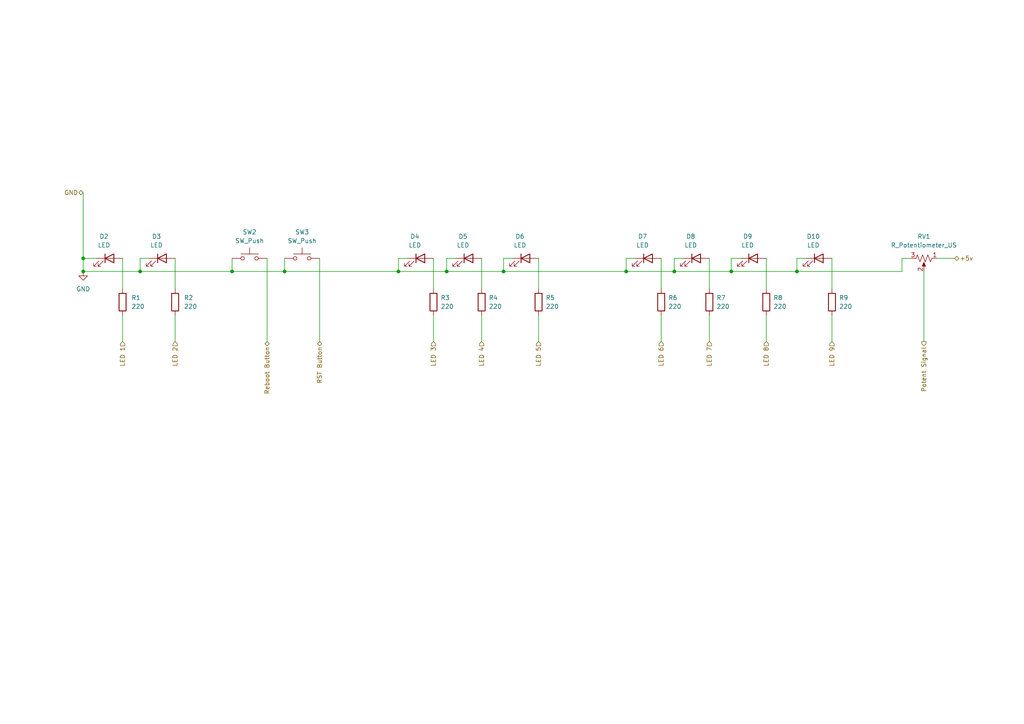
<source format=kicad_sch>
(kicad_sch
	(version 20231120)
	(generator "eeschema")
	(generator_version "8.0")
	(uuid "848fa66d-4edb-4adc-8fed-44485c12aba7")
	(paper "A4")
	(lib_symbols
		(symbol "Device:LED"
			(pin_numbers hide)
			(pin_names
				(offset 1.016) hide)
			(exclude_from_sim no)
			(in_bom yes)
			(on_board yes)
			(property "Reference" "D"
				(at 0 2.54 0)
				(effects
					(font
						(size 1.27 1.27)
					)
				)
			)
			(property "Value" "LED"
				(at 0 -2.54 0)
				(effects
					(font
						(size 1.27 1.27)
					)
				)
			)
			(property "Footprint" ""
				(at 0 0 0)
				(effects
					(font
						(size 1.27 1.27)
					)
					(hide yes)
				)
			)
			(property "Datasheet" "~"
				(at 0 0 0)
				(effects
					(font
						(size 1.27 1.27)
					)
					(hide yes)
				)
			)
			(property "Description" "Light emitting diode"
				(at 0 0 0)
				(effects
					(font
						(size 1.27 1.27)
					)
					(hide yes)
				)
			)
			(property "ki_keywords" "LED diode"
				(at 0 0 0)
				(effects
					(font
						(size 1.27 1.27)
					)
					(hide yes)
				)
			)
			(property "ki_fp_filters" "LED* LED_SMD:* LED_THT:*"
				(at 0 0 0)
				(effects
					(font
						(size 1.27 1.27)
					)
					(hide yes)
				)
			)
			(symbol "LED_0_1"
				(polyline
					(pts
						(xy -1.27 -1.27) (xy -1.27 1.27)
					)
					(stroke
						(width 0.254)
						(type default)
					)
					(fill
						(type none)
					)
				)
				(polyline
					(pts
						(xy -1.27 0) (xy 1.27 0)
					)
					(stroke
						(width 0)
						(type default)
					)
					(fill
						(type none)
					)
				)
				(polyline
					(pts
						(xy 1.27 -1.27) (xy 1.27 1.27) (xy -1.27 0) (xy 1.27 -1.27)
					)
					(stroke
						(width 0.254)
						(type default)
					)
					(fill
						(type none)
					)
				)
				(polyline
					(pts
						(xy -3.048 -0.762) (xy -4.572 -2.286) (xy -3.81 -2.286) (xy -4.572 -2.286) (xy -4.572 -1.524)
					)
					(stroke
						(width 0)
						(type default)
					)
					(fill
						(type none)
					)
				)
				(polyline
					(pts
						(xy -1.778 -0.762) (xy -3.302 -2.286) (xy -2.54 -2.286) (xy -3.302 -2.286) (xy -3.302 -1.524)
					)
					(stroke
						(width 0)
						(type default)
					)
					(fill
						(type none)
					)
				)
			)
			(symbol "LED_1_1"
				(pin passive line
					(at -3.81 0 0)
					(length 2.54)
					(name "K"
						(effects
							(font
								(size 1.27 1.27)
							)
						)
					)
					(number "1"
						(effects
							(font
								(size 1.27 1.27)
							)
						)
					)
				)
				(pin passive line
					(at 3.81 0 180)
					(length 2.54)
					(name "A"
						(effects
							(font
								(size 1.27 1.27)
							)
						)
					)
					(number "2"
						(effects
							(font
								(size 1.27 1.27)
							)
						)
					)
				)
			)
		)
		(symbol "Device:R"
			(pin_numbers hide)
			(pin_names
				(offset 0)
			)
			(exclude_from_sim no)
			(in_bom yes)
			(on_board yes)
			(property "Reference" "R"
				(at 2.032 0 90)
				(effects
					(font
						(size 1.27 1.27)
					)
				)
			)
			(property "Value" "R"
				(at 0 0 90)
				(effects
					(font
						(size 1.27 1.27)
					)
				)
			)
			(property "Footprint" ""
				(at -1.778 0 90)
				(effects
					(font
						(size 1.27 1.27)
					)
					(hide yes)
				)
			)
			(property "Datasheet" "~"
				(at 0 0 0)
				(effects
					(font
						(size 1.27 1.27)
					)
					(hide yes)
				)
			)
			(property "Description" "Resistor"
				(at 0 0 0)
				(effects
					(font
						(size 1.27 1.27)
					)
					(hide yes)
				)
			)
			(property "ki_keywords" "R res resistor"
				(at 0 0 0)
				(effects
					(font
						(size 1.27 1.27)
					)
					(hide yes)
				)
			)
			(property "ki_fp_filters" "R_*"
				(at 0 0 0)
				(effects
					(font
						(size 1.27 1.27)
					)
					(hide yes)
				)
			)
			(symbol "R_0_1"
				(rectangle
					(start -1.016 -2.54)
					(end 1.016 2.54)
					(stroke
						(width 0.254)
						(type default)
					)
					(fill
						(type none)
					)
				)
			)
			(symbol "R_1_1"
				(pin passive line
					(at 0 3.81 270)
					(length 1.27)
					(name "~"
						(effects
							(font
								(size 1.27 1.27)
							)
						)
					)
					(number "1"
						(effects
							(font
								(size 1.27 1.27)
							)
						)
					)
				)
				(pin passive line
					(at 0 -3.81 90)
					(length 1.27)
					(name "~"
						(effects
							(font
								(size 1.27 1.27)
							)
						)
					)
					(number "2"
						(effects
							(font
								(size 1.27 1.27)
							)
						)
					)
				)
			)
		)
		(symbol "Device:R_Potentiometer_US"
			(pin_names
				(offset 1.016) hide)
			(exclude_from_sim no)
			(in_bom yes)
			(on_board yes)
			(property "Reference" "RV"
				(at -4.445 0 90)
				(effects
					(font
						(size 1.27 1.27)
					)
				)
			)
			(property "Value" "R_Potentiometer_US"
				(at -2.54 0 90)
				(effects
					(font
						(size 1.27 1.27)
					)
				)
			)
			(property "Footprint" ""
				(at 0 0 0)
				(effects
					(font
						(size 1.27 1.27)
					)
					(hide yes)
				)
			)
			(property "Datasheet" "~"
				(at 0 0 0)
				(effects
					(font
						(size 1.27 1.27)
					)
					(hide yes)
				)
			)
			(property "Description" "Potentiometer, US symbol"
				(at 0 0 0)
				(effects
					(font
						(size 1.27 1.27)
					)
					(hide yes)
				)
			)
			(property "ki_keywords" "resistor variable"
				(at 0 0 0)
				(effects
					(font
						(size 1.27 1.27)
					)
					(hide yes)
				)
			)
			(property "ki_fp_filters" "Potentiometer*"
				(at 0 0 0)
				(effects
					(font
						(size 1.27 1.27)
					)
					(hide yes)
				)
			)
			(symbol "R_Potentiometer_US_0_1"
				(polyline
					(pts
						(xy 0 -2.286) (xy 0 -2.54)
					)
					(stroke
						(width 0)
						(type default)
					)
					(fill
						(type none)
					)
				)
				(polyline
					(pts
						(xy 0 2.54) (xy 0 2.286)
					)
					(stroke
						(width 0)
						(type default)
					)
					(fill
						(type none)
					)
				)
				(polyline
					(pts
						(xy 2.54 0) (xy 1.524 0)
					)
					(stroke
						(width 0)
						(type default)
					)
					(fill
						(type none)
					)
				)
				(polyline
					(pts
						(xy 1.143 0) (xy 2.286 0.508) (xy 2.286 -0.508) (xy 1.143 0)
					)
					(stroke
						(width 0)
						(type default)
					)
					(fill
						(type outline)
					)
				)
				(polyline
					(pts
						(xy 0 -0.762) (xy 1.016 -1.143) (xy 0 -1.524) (xy -1.016 -1.905) (xy 0 -2.286)
					)
					(stroke
						(width 0)
						(type default)
					)
					(fill
						(type none)
					)
				)
				(polyline
					(pts
						(xy 0 0.762) (xy 1.016 0.381) (xy 0 0) (xy -1.016 -0.381) (xy 0 -0.762)
					)
					(stroke
						(width 0)
						(type default)
					)
					(fill
						(type none)
					)
				)
				(polyline
					(pts
						(xy 0 2.286) (xy 1.016 1.905) (xy 0 1.524) (xy -1.016 1.143) (xy 0 0.762)
					)
					(stroke
						(width 0)
						(type default)
					)
					(fill
						(type none)
					)
				)
			)
			(symbol "R_Potentiometer_US_1_1"
				(pin passive line
					(at 0 3.81 270)
					(length 1.27)
					(name "1"
						(effects
							(font
								(size 1.27 1.27)
							)
						)
					)
					(number "1"
						(effects
							(font
								(size 1.27 1.27)
							)
						)
					)
				)
				(pin passive line
					(at 3.81 0 180)
					(length 1.27)
					(name "2"
						(effects
							(font
								(size 1.27 1.27)
							)
						)
					)
					(number "2"
						(effects
							(font
								(size 1.27 1.27)
							)
						)
					)
				)
				(pin passive line
					(at 0 -3.81 90)
					(length 1.27)
					(name "3"
						(effects
							(font
								(size 1.27 1.27)
							)
						)
					)
					(number "3"
						(effects
							(font
								(size 1.27 1.27)
							)
						)
					)
				)
			)
		)
		(symbol "Switch:SW_Push"
			(pin_numbers hide)
			(pin_names
				(offset 1.016) hide)
			(exclude_from_sim no)
			(in_bom yes)
			(on_board yes)
			(property "Reference" "SW"
				(at 1.27 2.54 0)
				(effects
					(font
						(size 1.27 1.27)
					)
					(justify left)
				)
			)
			(property "Value" "SW_Push"
				(at 0 -1.524 0)
				(effects
					(font
						(size 1.27 1.27)
					)
				)
			)
			(property "Footprint" ""
				(at 0 5.08 0)
				(effects
					(font
						(size 1.27 1.27)
					)
					(hide yes)
				)
			)
			(property "Datasheet" "~"
				(at 0 5.08 0)
				(effects
					(font
						(size 1.27 1.27)
					)
					(hide yes)
				)
			)
			(property "Description" "Push button switch, generic, two pins"
				(at 0 0 0)
				(effects
					(font
						(size 1.27 1.27)
					)
					(hide yes)
				)
			)
			(property "ki_keywords" "switch normally-open pushbutton push-button"
				(at 0 0 0)
				(effects
					(font
						(size 1.27 1.27)
					)
					(hide yes)
				)
			)
			(symbol "SW_Push_0_1"
				(circle
					(center -2.032 0)
					(radius 0.508)
					(stroke
						(width 0)
						(type default)
					)
					(fill
						(type none)
					)
				)
				(polyline
					(pts
						(xy 0 1.27) (xy 0 3.048)
					)
					(stroke
						(width 0)
						(type default)
					)
					(fill
						(type none)
					)
				)
				(polyline
					(pts
						(xy 2.54 1.27) (xy -2.54 1.27)
					)
					(stroke
						(width 0)
						(type default)
					)
					(fill
						(type none)
					)
				)
				(circle
					(center 2.032 0)
					(radius 0.508)
					(stroke
						(width 0)
						(type default)
					)
					(fill
						(type none)
					)
				)
				(pin passive line
					(at -5.08 0 0)
					(length 2.54)
					(name "1"
						(effects
							(font
								(size 1.27 1.27)
							)
						)
					)
					(number "1"
						(effects
							(font
								(size 1.27 1.27)
							)
						)
					)
				)
				(pin passive line
					(at 5.08 0 180)
					(length 2.54)
					(name "2"
						(effects
							(font
								(size 1.27 1.27)
							)
						)
					)
					(number "2"
						(effects
							(font
								(size 1.27 1.27)
							)
						)
					)
				)
			)
		)
		(symbol "power:GND"
			(power)
			(pin_numbers hide)
			(pin_names
				(offset 0) hide)
			(exclude_from_sim no)
			(in_bom yes)
			(on_board yes)
			(property "Reference" "#PWR"
				(at 0 -6.35 0)
				(effects
					(font
						(size 1.27 1.27)
					)
					(hide yes)
				)
			)
			(property "Value" "GND"
				(at 0 -3.81 0)
				(effects
					(font
						(size 1.27 1.27)
					)
				)
			)
			(property "Footprint" ""
				(at 0 0 0)
				(effects
					(font
						(size 1.27 1.27)
					)
					(hide yes)
				)
			)
			(property "Datasheet" ""
				(at 0 0 0)
				(effects
					(font
						(size 1.27 1.27)
					)
					(hide yes)
				)
			)
			(property "Description" "Power symbol creates a global label with name \"GND\" , ground"
				(at 0 0 0)
				(effects
					(font
						(size 1.27 1.27)
					)
					(hide yes)
				)
			)
			(property "ki_keywords" "global power"
				(at 0 0 0)
				(effects
					(font
						(size 1.27 1.27)
					)
					(hide yes)
				)
			)
			(symbol "GND_0_1"
				(polyline
					(pts
						(xy 0 0) (xy 0 -1.27) (xy 1.27 -1.27) (xy 0 -2.54) (xy -1.27 -1.27) (xy 0 -1.27)
					)
					(stroke
						(width 0)
						(type default)
					)
					(fill
						(type none)
					)
				)
			)
			(symbol "GND_1_1"
				(pin power_in line
					(at 0 0 270)
					(length 0)
					(name "~"
						(effects
							(font
								(size 1.27 1.27)
							)
						)
					)
					(number "1"
						(effects
							(font
								(size 1.27 1.27)
							)
						)
					)
				)
			)
		)
	)
	(junction
		(at 195.58 78.74)
		(diameter 0)
		(color 0 0 0 0)
		(uuid "0d2188ee-76e5-45c9-9a72-bb12264022c8")
	)
	(junction
		(at 181.61 78.74)
		(diameter 0)
		(color 0 0 0 0)
		(uuid "1f6f803c-84f5-44ab-b2b8-bfdb12426545")
	)
	(junction
		(at 115.57 78.74)
		(diameter 0)
		(color 0 0 0 0)
		(uuid "252b5fc5-2a35-4836-a85b-b799ef130713")
	)
	(junction
		(at 146.05 78.74)
		(diameter 0)
		(color 0 0 0 0)
		(uuid "485bf882-1f9c-4bb5-8cee-c630aa20909e")
	)
	(junction
		(at 40.64 78.74)
		(diameter 0)
		(color 0 0 0 0)
		(uuid "5d811185-c49a-4a78-91ca-833dae5fdd9d")
	)
	(junction
		(at 212.09 78.74)
		(diameter 0)
		(color 0 0 0 0)
		(uuid "73cb609e-ec6a-40ec-aa55-3991a3fb0e60")
	)
	(junction
		(at 231.14 78.74)
		(diameter 0)
		(color 0 0 0 0)
		(uuid "8a2a7ddd-7de5-477c-ae68-d49644bad8be")
	)
	(junction
		(at 129.54 78.74)
		(diameter 0)
		(color 0 0 0 0)
		(uuid "9a31606f-6c79-4584-8831-52c249a01ea4")
	)
	(junction
		(at 82.55 78.74)
		(diameter 0)
		(color 0 0 0 0)
		(uuid "9e9fed86-0406-42fb-b02d-7aec0fbfa735")
	)
	(junction
		(at 24.13 78.74)
		(diameter 0)
		(color 0 0 0 0)
		(uuid "b91eefbe-ef0f-4b29-a668-163671eb94f1")
	)
	(junction
		(at 67.31 78.74)
		(diameter 0)
		(color 0 0 0 0)
		(uuid "de415ff6-a2dd-42e1-a0a9-51318ecc8b90")
	)
	(junction
		(at 24.13 74.93)
		(diameter 0)
		(color 0 0 0 0)
		(uuid "fc0f9800-bfeb-4321-b7af-6fd2c81781fe")
	)
	(wire
		(pts
			(xy 125.73 91.44) (xy 125.73 99.06)
		)
		(stroke
			(width 0)
			(type default)
		)
		(uuid "02846652-1ceb-4267-8313-714803171a91")
	)
	(wire
		(pts
			(xy 146.05 74.93) (xy 146.05 78.74)
		)
		(stroke
			(width 0)
			(type default)
		)
		(uuid "055d3751-468d-4540-a08e-9997ad7e453f")
	)
	(wire
		(pts
			(xy 139.7 74.93) (xy 139.7 83.82)
		)
		(stroke
			(width 0)
			(type default)
		)
		(uuid "05e82444-01d9-4b8f-9e77-8fa2c0027c63")
	)
	(wire
		(pts
			(xy 40.64 78.74) (xy 67.31 78.74)
		)
		(stroke
			(width 0)
			(type default)
		)
		(uuid "0a78e51f-a4ea-41c6-ab15-790b1b7a3e55")
	)
	(wire
		(pts
			(xy 231.14 78.74) (xy 261.62 78.74)
		)
		(stroke
			(width 0)
			(type default)
		)
		(uuid "1170e5e1-954a-4c6d-b4d3-6079ddbbb7cf")
	)
	(wire
		(pts
			(xy 181.61 78.74) (xy 195.58 78.74)
		)
		(stroke
			(width 0)
			(type default)
		)
		(uuid "11a66be2-5b05-4d2f-8bfc-13fba746abc4")
	)
	(wire
		(pts
			(xy 40.64 78.74) (xy 24.13 78.74)
		)
		(stroke
			(width 0)
			(type default)
		)
		(uuid "11d3287f-28ac-44d5-9394-880f0f676722")
	)
	(wire
		(pts
			(xy 40.64 74.93) (xy 40.64 78.74)
		)
		(stroke
			(width 0)
			(type default)
		)
		(uuid "14a1aab9-6b9a-4156-b340-0e90094b9f54")
	)
	(wire
		(pts
			(xy 205.74 74.93) (xy 205.74 83.82)
		)
		(stroke
			(width 0)
			(type default)
		)
		(uuid "18d75f13-e17f-4b2c-8e26-45e35a0a1bea")
	)
	(wire
		(pts
			(xy 115.57 78.74) (xy 115.57 74.93)
		)
		(stroke
			(width 0)
			(type default)
		)
		(uuid "2dbd476b-a708-4e27-ba20-e7bbc3fe5caf")
	)
	(wire
		(pts
			(xy 24.13 74.93) (xy 24.13 78.74)
		)
		(stroke
			(width 0)
			(type default)
		)
		(uuid "33d55159-5452-4acf-9b9f-9c5fd85b5b37")
	)
	(wire
		(pts
			(xy 156.21 74.93) (xy 156.21 83.82)
		)
		(stroke
			(width 0)
			(type default)
		)
		(uuid "34ba0a4f-ab9c-4e42-bd71-da9af0c74c33")
	)
	(wire
		(pts
			(xy 82.55 74.93) (xy 82.55 78.74)
		)
		(stroke
			(width 0)
			(type default)
		)
		(uuid "386b3cf9-40e4-432e-aef1-b8ed77326c7c")
	)
	(wire
		(pts
			(xy 195.58 78.74) (xy 195.58 74.93)
		)
		(stroke
			(width 0)
			(type default)
		)
		(uuid "4023344b-1bd4-44d0-a716-340f8f65f2a3")
	)
	(wire
		(pts
			(xy 35.56 91.44) (xy 35.56 99.06)
		)
		(stroke
			(width 0)
			(type default)
		)
		(uuid "44a3ef06-fee3-4a1a-b55a-c651afe384bf")
	)
	(wire
		(pts
			(xy 129.54 78.74) (xy 129.54 74.93)
		)
		(stroke
			(width 0)
			(type default)
		)
		(uuid "477eaa6b-a186-4e29-b9a3-fadf8f58dada")
	)
	(wire
		(pts
			(xy 261.62 74.93) (xy 261.62 78.74)
		)
		(stroke
			(width 0)
			(type default)
		)
		(uuid "53876d16-e86e-4610-9ab9-6f6bd4d095ba")
	)
	(wire
		(pts
			(xy 67.31 78.74) (xy 82.55 78.74)
		)
		(stroke
			(width 0)
			(type default)
		)
		(uuid "5b74a939-fe9c-4a5a-a79a-e4ce677990ae")
	)
	(wire
		(pts
			(xy 212.09 78.74) (xy 195.58 78.74)
		)
		(stroke
			(width 0)
			(type default)
		)
		(uuid "5de5ba39-dbbd-40d7-a379-6f7cffd2371f")
	)
	(wire
		(pts
			(xy 125.73 74.93) (xy 125.73 83.82)
		)
		(stroke
			(width 0)
			(type default)
		)
		(uuid "5eb4ce9b-dec9-4a0a-8593-d1a2661868d3")
	)
	(wire
		(pts
			(xy 115.57 74.93) (xy 118.11 74.93)
		)
		(stroke
			(width 0)
			(type default)
		)
		(uuid "627652bb-18f0-4c94-8d20-9c82fa1a5375")
	)
	(wire
		(pts
			(xy 222.25 91.44) (xy 222.25 99.06)
		)
		(stroke
			(width 0)
			(type default)
		)
		(uuid "64f8b181-6e0d-4b16-a49c-bbe1622a6527")
	)
	(wire
		(pts
			(xy 191.77 74.93) (xy 191.77 83.82)
		)
		(stroke
			(width 0)
			(type default)
		)
		(uuid "6c474560-cc87-48cf-83c5-59b83e80ac32")
	)
	(wire
		(pts
			(xy 181.61 74.93) (xy 184.15 74.93)
		)
		(stroke
			(width 0)
			(type default)
		)
		(uuid "6c7de710-156d-4441-950e-80e3797d391d")
	)
	(wire
		(pts
			(xy 92.71 74.93) (xy 92.71 99.06)
		)
		(stroke
			(width 0)
			(type default)
		)
		(uuid "6d262bfb-467a-43d0-9ea7-b17fc0b73296")
	)
	(wire
		(pts
			(xy 67.31 74.93) (xy 67.31 78.74)
		)
		(stroke
			(width 0)
			(type default)
		)
		(uuid "72c0d868-89e2-455a-abdc-bc94867507da")
	)
	(wire
		(pts
			(xy 222.25 74.93) (xy 222.25 83.82)
		)
		(stroke
			(width 0)
			(type default)
		)
		(uuid "72d6578f-5b5c-4510-8704-53efe9764def")
	)
	(wire
		(pts
			(xy 115.57 78.74) (xy 129.54 78.74)
		)
		(stroke
			(width 0)
			(type default)
		)
		(uuid "79b934f2-9f90-4af7-a9a9-c255dc6756d9")
	)
	(wire
		(pts
			(xy 82.55 78.74) (xy 115.57 78.74)
		)
		(stroke
			(width 0)
			(type default)
		)
		(uuid "7d47ab7f-c1e3-4829-ba03-ca28c1db9199")
	)
	(wire
		(pts
			(xy 241.3 74.93) (xy 241.3 83.82)
		)
		(stroke
			(width 0)
			(type default)
		)
		(uuid "8102f60c-ecae-4c3e-846d-2fb54f4343c0")
	)
	(wire
		(pts
			(xy 241.3 91.44) (xy 241.3 99.06)
		)
		(stroke
			(width 0)
			(type default)
		)
		(uuid "821e9342-ebfa-4724-ad90-4df1aabfbbfd")
	)
	(wire
		(pts
			(xy 231.14 74.93) (xy 233.68 74.93)
		)
		(stroke
			(width 0)
			(type default)
		)
		(uuid "83050e1b-71b6-44f2-a87d-a9c4f6f50a35")
	)
	(wire
		(pts
			(xy 267.97 78.74) (xy 267.97 99.06)
		)
		(stroke
			(width 0)
			(type default)
		)
		(uuid "8670ba87-2efd-4a48-8699-4d5ae44ed579")
	)
	(wire
		(pts
			(xy 195.58 74.93) (xy 198.12 74.93)
		)
		(stroke
			(width 0)
			(type default)
		)
		(uuid "8f4c20cc-d81f-4f94-83fa-509d6347e296")
	)
	(wire
		(pts
			(xy 24.13 55.88) (xy 24.13 74.93)
		)
		(stroke
			(width 0)
			(type default)
		)
		(uuid "90e890e2-b8b2-4b2f-a324-39836e4bb030")
	)
	(wire
		(pts
			(xy 146.05 78.74) (xy 181.61 78.74)
		)
		(stroke
			(width 0)
			(type default)
		)
		(uuid "95081427-b9c6-4092-aa52-31e0939dc98e")
	)
	(wire
		(pts
			(xy 129.54 74.93) (xy 132.08 74.93)
		)
		(stroke
			(width 0)
			(type default)
		)
		(uuid "9c1233c1-ddaa-48a9-b525-691f20df18fc")
	)
	(wire
		(pts
			(xy 156.21 91.44) (xy 156.21 99.06)
		)
		(stroke
			(width 0)
			(type default)
		)
		(uuid "a2c210cd-613d-4b32-a197-7239c7bb941f")
	)
	(wire
		(pts
			(xy 212.09 74.93) (xy 212.09 78.74)
		)
		(stroke
			(width 0)
			(type default)
		)
		(uuid "a4ae0484-f4af-4135-b730-8718fafdecba")
	)
	(wire
		(pts
			(xy 43.18 74.93) (xy 40.64 74.93)
		)
		(stroke
			(width 0)
			(type default)
		)
		(uuid "ab3e8ac4-69b7-4a95-abbf-bf08143e1ae0")
	)
	(wire
		(pts
			(xy 205.74 91.44) (xy 205.74 99.06)
		)
		(stroke
			(width 0)
			(type default)
		)
		(uuid "ac6aa195-e935-4f16-a52f-624d0ea62ac6")
	)
	(wire
		(pts
			(xy 181.61 78.74) (xy 181.61 74.93)
		)
		(stroke
			(width 0)
			(type default)
		)
		(uuid "aea84213-6559-4443-9865-01639646708f")
	)
	(wire
		(pts
			(xy 231.14 78.74) (xy 231.14 74.93)
		)
		(stroke
			(width 0)
			(type default)
		)
		(uuid "c5947cdf-0082-4718-97a5-aa8cbec69ef0")
	)
	(wire
		(pts
			(xy 146.05 78.74) (xy 129.54 78.74)
		)
		(stroke
			(width 0)
			(type default)
		)
		(uuid "c7c0a040-19d4-472a-ae1e-20854dcaf930")
	)
	(wire
		(pts
			(xy 212.09 78.74) (xy 231.14 78.74)
		)
		(stroke
			(width 0)
			(type default)
		)
		(uuid "cf1b4223-66d3-4441-be23-9ed677e21abb")
	)
	(wire
		(pts
			(xy 27.94 74.93) (xy 24.13 74.93)
		)
		(stroke
			(width 0)
			(type default)
		)
		(uuid "d7cac9bc-c6e6-48c4-b6b0-dec7c175fe19")
	)
	(wire
		(pts
			(xy 148.59 74.93) (xy 146.05 74.93)
		)
		(stroke
			(width 0)
			(type default)
		)
		(uuid "dcb04e35-9818-47f2-83c2-7e666a08dd21")
	)
	(wire
		(pts
			(xy 214.63 74.93) (xy 212.09 74.93)
		)
		(stroke
			(width 0)
			(type default)
		)
		(uuid "e15b6ada-0343-404f-9b68-e73f2a83dfde")
	)
	(wire
		(pts
			(xy 271.78 74.93) (xy 276.86 74.93)
		)
		(stroke
			(width 0)
			(type default)
		)
		(uuid "e2960e64-f53d-4d60-86c4-50e88c8e1087")
	)
	(wire
		(pts
			(xy 191.77 91.44) (xy 191.77 99.06)
		)
		(stroke
			(width 0)
			(type default)
		)
		(uuid "e33da170-06de-4e4d-ad26-1781f68b8b3e")
	)
	(wire
		(pts
			(xy 139.7 91.44) (xy 139.7 99.06)
		)
		(stroke
			(width 0)
			(type default)
		)
		(uuid "e4efeeae-7e4b-46c5-9fab-0fa99fb550cd")
	)
	(wire
		(pts
			(xy 35.56 74.93) (xy 35.56 83.82)
		)
		(stroke
			(width 0)
			(type default)
		)
		(uuid "e843aa8a-57c7-4387-8263-af3bdc711315")
	)
	(wire
		(pts
			(xy 77.47 74.93) (xy 77.47 99.06)
		)
		(stroke
			(width 0)
			(type default)
		)
		(uuid "eb7665f1-abff-4871-bd06-ba767e5f695a")
	)
	(wire
		(pts
			(xy 50.8 91.44) (xy 50.8 99.06)
		)
		(stroke
			(width 0)
			(type default)
		)
		(uuid "f074a14c-05fb-4158-ac43-43f0e9d2fb23")
	)
	(wire
		(pts
			(xy 264.16 74.93) (xy 261.62 74.93)
		)
		(stroke
			(width 0)
			(type default)
		)
		(uuid "f1d99990-6284-40b3-979d-db5054bcd428")
	)
	(wire
		(pts
			(xy 50.8 74.93) (xy 50.8 83.82)
		)
		(stroke
			(width 0)
			(type default)
		)
		(uuid "f34f6b76-3637-4234-8f34-b79f8ccce50c")
	)
	(hierarchical_label "Potent Signal"
		(shape output)
		(at 267.97 99.06 270)
		(fields_autoplaced yes)
		(effects
			(font
				(size 1.27 1.27)
			)
			(justify right)
		)
		(uuid "2413fec2-e138-49d6-b54d-93b055142d34")
	)
	(hierarchical_label "LED 7"
		(shape input)
		(at 205.74 99.06 270)
		(fields_autoplaced yes)
		(effects
			(font
				(size 1.27 1.27)
			)
			(justify right)
		)
		(uuid "298a55d9-14bb-40b4-8e36-8bc5780786e4")
	)
	(hierarchical_label "GND"
		(shape bidirectional)
		(at 24.13 55.88 180)
		(fields_autoplaced yes)
		(effects
			(font
				(size 1.27 1.27)
			)
			(justify right)
		)
		(uuid "343b072f-88f8-448f-8fa9-569dbddf8990")
	)
	(hierarchical_label "LED 4"
		(shape input)
		(at 139.7 99.06 270)
		(fields_autoplaced yes)
		(effects
			(font
				(size 1.27 1.27)
			)
			(justify right)
		)
		(uuid "4c2d9aa2-4b97-4149-9e30-891bfba416c0")
	)
	(hierarchical_label "LED 6"
		(shape input)
		(at 191.77 99.06 270)
		(fields_autoplaced yes)
		(effects
			(font
				(size 1.27 1.27)
			)
			(justify right)
		)
		(uuid "554e40bd-ac79-4952-b169-f7a430c901e9")
	)
	(hierarchical_label "Reboot Button"
		(shape bidirectional)
		(at 77.47 99.06 270)
		(fields_autoplaced yes)
		(effects
			(font
				(size 1.27 1.27)
			)
			(justify right)
		)
		(uuid "5821395c-dc80-4597-a8e7-c61826865588")
	)
	(hierarchical_label "LED 9"
		(shape input)
		(at 241.3 99.06 270)
		(fields_autoplaced yes)
		(effects
			(font
				(size 1.27 1.27)
			)
			(justify right)
		)
		(uuid "591c1c4b-c590-47a4-a484-15e889a39af3")
	)
	(hierarchical_label "LED 1"
		(shape input)
		(at 35.56 99.06 270)
		(fields_autoplaced yes)
		(effects
			(font
				(size 1.27 1.27)
			)
			(justify right)
		)
		(uuid "7287f291-f68b-47ea-b3b2-582a23f59134")
	)
	(hierarchical_label "LED 2"
		(shape input)
		(at 50.8 99.06 270)
		(fields_autoplaced yes)
		(effects
			(font
				(size 1.27 1.27)
			)
			(justify right)
		)
		(uuid "744a9dab-0270-43d3-ac64-830ebbe399b6")
	)
	(hierarchical_label "LED 8"
		(shape input)
		(at 222.25 99.06 270)
		(fields_autoplaced yes)
		(effects
			(font
				(size 1.27 1.27)
			)
			(justify right)
		)
		(uuid "7548eecb-e30e-4da1-8ab3-d223b4096a40")
	)
	(hierarchical_label "RST Button"
		(shape bidirectional)
		(at 92.71 99.06 270)
		(fields_autoplaced yes)
		(effects
			(font
				(size 1.27 1.27)
			)
			(justify right)
		)
		(uuid "81ceca1d-5ab5-4db0-aaea-807dccb5c453")
	)
	(hierarchical_label "+5v"
		(shape bidirectional)
		(at 276.86 74.93 0)
		(fields_autoplaced yes)
		(effects
			(font
				(size 1.27 1.27)
			)
			(justify left)
		)
		(uuid "afc05f7c-68da-407e-8502-6fa34b8616d1")
	)
	(hierarchical_label "LED 5"
		(shape input)
		(at 156.21 99.06 270)
		(fields_autoplaced yes)
		(effects
			(font
				(size 1.27 1.27)
			)
			(justify right)
		)
		(uuid "b64d3178-e7f2-4a63-b85f-1c3eeb6ec90c")
	)
	(hierarchical_label "LED 3"
		(shape input)
		(at 125.73 99.06 270)
		(fields_autoplaced yes)
		(effects
			(font
				(size 1.27 1.27)
			)
			(justify right)
		)
		(uuid "d5cf681c-c850-402f-878e-3eaf8b6327be")
	)
	(symbol
		(lib_id "Device:LED")
		(at 201.93 74.93 0)
		(unit 1)
		(exclude_from_sim no)
		(in_bom yes)
		(on_board yes)
		(dnp no)
		(fields_autoplaced yes)
		(uuid "01bd0fc8-47da-40fd-b9ac-c247c3e2d6cf")
		(property "Reference" "D8"
			(at 200.3425 68.58 0)
			(effects
				(font
					(size 1.27 1.27)
				)
			)
		)
		(property "Value" "LED"
			(at 200.3425 71.12 0)
			(effects
				(font
					(size 1.27 1.27)
				)
			)
		)
		(property "Footprint" ""
			(at 201.93 74.93 0)
			(effects
				(font
					(size 1.27 1.27)
				)
				(hide yes)
			)
		)
		(property "Datasheet" "~"
			(at 201.93 74.93 0)
			(effects
				(font
					(size 1.27 1.27)
				)
				(hide yes)
			)
		)
		(property "Description" "Light emitting diode"
			(at 201.93 74.93 0)
			(effects
				(font
					(size 1.27 1.27)
				)
				(hide yes)
			)
		)
		(pin "2"
			(uuid "487fc739-4dfc-430b-a34e-b5067597002d")
		)
		(pin "1"
			(uuid "8943f681-2b47-4b8d-b44a-867d2d02e2fe")
		)
		(instances
			(project "Paul"
				(path "/e26e2496-4b56-40d1-813c-7f83c2ea10e0/f329e828-9bfc-40b9-9d96-37a9faa31845"
					(reference "D8")
					(unit 1)
				)
			)
		)
	)
	(symbol
		(lib_id "Switch:SW_Push")
		(at 87.63 74.93 0)
		(unit 1)
		(exclude_from_sim no)
		(in_bom yes)
		(on_board yes)
		(dnp no)
		(fields_autoplaced yes)
		(uuid "030230e6-e466-4110-8e6f-db7e907ab23b")
		(property "Reference" "SW3"
			(at 87.63 67.31 0)
			(effects
				(font
					(size 1.27 1.27)
				)
			)
		)
		(property "Value" "SW_Push"
			(at 87.63 69.85 0)
			(effects
				(font
					(size 1.27 1.27)
				)
			)
		)
		(property "Footprint" ""
			(at 87.63 69.85 0)
			(effects
				(font
					(size 1.27 1.27)
				)
				(hide yes)
			)
		)
		(property "Datasheet" "~"
			(at 87.63 69.85 0)
			(effects
				(font
					(size 1.27 1.27)
				)
				(hide yes)
			)
		)
		(property "Description" "Push button switch, generic, two pins"
			(at 87.63 74.93 0)
			(effects
				(font
					(size 1.27 1.27)
				)
				(hide yes)
			)
		)
		(pin "1"
			(uuid "b0cd2d63-6dd6-4841-88f1-8d16c1678b85")
		)
		(pin "2"
			(uuid "5a8e0edd-8153-40fa-a05b-a74cfb00306d")
		)
		(instances
			(project ""
				(path "/e26e2496-4b56-40d1-813c-7f83c2ea10e0/f329e828-9bfc-40b9-9d96-37a9faa31845"
					(reference "SW3")
					(unit 1)
				)
			)
		)
	)
	(symbol
		(lib_id "Device:LED")
		(at 237.49 74.93 0)
		(unit 1)
		(exclude_from_sim no)
		(in_bom yes)
		(on_board yes)
		(dnp no)
		(fields_autoplaced yes)
		(uuid "0ec49bea-5bb1-47e1-8ffb-a587a88a0ed6")
		(property "Reference" "D10"
			(at 235.9025 68.58 0)
			(effects
				(font
					(size 1.27 1.27)
				)
			)
		)
		(property "Value" "LED"
			(at 235.9025 71.12 0)
			(effects
				(font
					(size 1.27 1.27)
				)
			)
		)
		(property "Footprint" ""
			(at 237.49 74.93 0)
			(effects
				(font
					(size 1.27 1.27)
				)
				(hide yes)
			)
		)
		(property "Datasheet" "~"
			(at 237.49 74.93 0)
			(effects
				(font
					(size 1.27 1.27)
				)
				(hide yes)
			)
		)
		(property "Description" "Light emitting diode"
			(at 237.49 74.93 0)
			(effects
				(font
					(size 1.27 1.27)
				)
				(hide yes)
			)
		)
		(pin "2"
			(uuid "7244b24e-d670-4932-a913-f7f66c8b3c39")
		)
		(pin "1"
			(uuid "5b750c0f-5941-4273-af57-654fe219487d")
		)
		(instances
			(project "Paul"
				(path "/e26e2496-4b56-40d1-813c-7f83c2ea10e0/f329e828-9bfc-40b9-9d96-37a9faa31845"
					(reference "D10")
					(unit 1)
				)
			)
		)
	)
	(symbol
		(lib_id "Device:R")
		(at 222.25 87.63 0)
		(unit 1)
		(exclude_from_sim no)
		(in_bom yes)
		(on_board yes)
		(dnp no)
		(fields_autoplaced yes)
		(uuid "344ad109-23b0-4143-adc7-bdd4e6628a0e")
		(property "Reference" "R8"
			(at 224.2994 86.3599 0)
			(effects
				(font
					(size 1.27 1.27)
				)
				(justify left)
			)
		)
		(property "Value" "220"
			(at 224.2994 88.8999 0)
			(effects
				(font
					(size 1.27 1.27)
				)
				(justify left)
			)
		)
		(property "Footprint" ""
			(at 220.472 87.63 90)
			(effects
				(font
					(size 1.27 1.27)
				)
				(hide yes)
			)
		)
		(property "Datasheet" "~"
			(at 222.25 87.63 0)
			(effects
				(font
					(size 1.27 1.27)
				)
				(hide yes)
			)
		)
		(property "Description" "Resistor"
			(at 222.25 87.63 0)
			(effects
				(font
					(size 1.27 1.27)
				)
				(hide yes)
			)
		)
		(pin "2"
			(uuid "3369784b-5e77-439e-ab2d-0b2ba219d3bc")
		)
		(pin "1"
			(uuid "2cd6871b-cf51-4692-bf76-4ea65556ffc0")
		)
		(instances
			(project "Paul"
				(path "/e26e2496-4b56-40d1-813c-7f83c2ea10e0/f329e828-9bfc-40b9-9d96-37a9faa31845"
					(reference "R8")
					(unit 1)
				)
			)
		)
	)
	(symbol
		(lib_id "Device:LED")
		(at 152.4 74.93 0)
		(unit 1)
		(exclude_from_sim no)
		(in_bom yes)
		(on_board yes)
		(dnp no)
		(fields_autoplaced yes)
		(uuid "3919da83-5982-4189-8a51-012ecbcb746b")
		(property "Reference" "D6"
			(at 150.8125 68.58 0)
			(effects
				(font
					(size 1.27 1.27)
				)
			)
		)
		(property "Value" "LED"
			(at 150.8125 71.12 0)
			(effects
				(font
					(size 1.27 1.27)
				)
			)
		)
		(property "Footprint" ""
			(at 152.4 74.93 0)
			(effects
				(font
					(size 1.27 1.27)
				)
				(hide yes)
			)
		)
		(property "Datasheet" "~"
			(at 152.4 74.93 0)
			(effects
				(font
					(size 1.27 1.27)
				)
				(hide yes)
			)
		)
		(property "Description" "Light emitting diode"
			(at 152.4 74.93 0)
			(effects
				(font
					(size 1.27 1.27)
				)
				(hide yes)
			)
		)
		(pin "2"
			(uuid "ac9e16f3-5953-4d25-acd0-b98baaaa7fcb")
		)
		(pin "1"
			(uuid "6f84e22b-8d76-47a5-abc6-44dde5e49592")
		)
		(instances
			(project ""
				(path "/e26e2496-4b56-40d1-813c-7f83c2ea10e0/f329e828-9bfc-40b9-9d96-37a9faa31845"
					(reference "D6")
					(unit 1)
				)
			)
		)
	)
	(symbol
		(lib_id "Device:R")
		(at 139.7 87.63 0)
		(unit 1)
		(exclude_from_sim no)
		(in_bom yes)
		(on_board yes)
		(dnp no)
		(fields_autoplaced yes)
		(uuid "3ec1eecd-c4f1-4a65-915e-67cdf603f83d")
		(property "Reference" "R4"
			(at 141.7494 86.3599 0)
			(effects
				(font
					(size 1.27 1.27)
				)
				(justify left)
			)
		)
		(property "Value" "220"
			(at 141.7494 88.8999 0)
			(effects
				(font
					(size 1.27 1.27)
				)
				(justify left)
			)
		)
		(property "Footprint" ""
			(at 137.922 87.63 90)
			(effects
				(font
					(size 1.27 1.27)
				)
				(hide yes)
			)
		)
		(property "Datasheet" "~"
			(at 139.7 87.63 0)
			(effects
				(font
					(size 1.27 1.27)
				)
				(hide yes)
			)
		)
		(property "Description" "Resistor"
			(at 139.7 87.63 0)
			(effects
				(font
					(size 1.27 1.27)
				)
				(hide yes)
			)
		)
		(pin "2"
			(uuid "e018b1f8-096b-4300-b0cd-21b1119304d6")
		)
		(pin "1"
			(uuid "df92546f-7757-4324-a55c-cee501a1f864")
		)
		(instances
			(project ""
				(path "/e26e2496-4b56-40d1-813c-7f83c2ea10e0/f329e828-9bfc-40b9-9d96-37a9faa31845"
					(reference "R4")
					(unit 1)
				)
			)
		)
	)
	(symbol
		(lib_id "Device:R")
		(at 35.56 87.63 0)
		(unit 1)
		(exclude_from_sim no)
		(in_bom yes)
		(on_board yes)
		(dnp no)
		(fields_autoplaced yes)
		(uuid "461a96f8-4481-4b54-9090-8f97dc0d0b61")
		(property "Reference" "R1"
			(at 38.1 86.3599 0)
			(effects
				(font
					(size 1.27 1.27)
				)
				(justify left)
			)
		)
		(property "Value" "220"
			(at 38.1 88.8999 0)
			(effects
				(font
					(size 1.27 1.27)
				)
				(justify left)
			)
		)
		(property "Footprint" ""
			(at 33.782 87.63 90)
			(effects
				(font
					(size 1.27 1.27)
				)
				(hide yes)
			)
		)
		(property "Datasheet" "~"
			(at 35.56 87.63 0)
			(effects
				(font
					(size 1.27 1.27)
				)
				(hide yes)
			)
		)
		(property "Description" "Resistor"
			(at 35.56 87.63 0)
			(effects
				(font
					(size 1.27 1.27)
				)
				(hide yes)
			)
		)
		(pin "2"
			(uuid "e018b1f8-096b-4300-b0cd-21b1119304d7")
		)
		(pin "1"
			(uuid "df92546f-7757-4324-a55c-cee501a1f865")
		)
		(instances
			(project ""
				(path "/e26e2496-4b56-40d1-813c-7f83c2ea10e0/f329e828-9bfc-40b9-9d96-37a9faa31845"
					(reference "R1")
					(unit 1)
				)
			)
		)
	)
	(symbol
		(lib_id "Device:R")
		(at 205.74 87.63 0)
		(unit 1)
		(exclude_from_sim no)
		(in_bom yes)
		(on_board yes)
		(dnp no)
		(fields_autoplaced yes)
		(uuid "4885f5cb-2c1e-44c6-a069-5e33e896eed4")
		(property "Reference" "R7"
			(at 207.7894 86.3599 0)
			(effects
				(font
					(size 1.27 1.27)
				)
				(justify left)
			)
		)
		(property "Value" "220"
			(at 207.7894 88.8999 0)
			(effects
				(font
					(size 1.27 1.27)
				)
				(justify left)
			)
		)
		(property "Footprint" ""
			(at 203.962 87.63 90)
			(effects
				(font
					(size 1.27 1.27)
				)
				(hide yes)
			)
		)
		(property "Datasheet" "~"
			(at 205.74 87.63 0)
			(effects
				(font
					(size 1.27 1.27)
				)
				(hide yes)
			)
		)
		(property "Description" "Resistor"
			(at 205.74 87.63 0)
			(effects
				(font
					(size 1.27 1.27)
				)
				(hide yes)
			)
		)
		(pin "2"
			(uuid "3c73424e-e98e-40be-9717-79919b949a94")
		)
		(pin "1"
			(uuid "fdf18485-12f1-454b-8cd3-fdfa716f8f03")
		)
		(instances
			(project "Paul"
				(path "/e26e2496-4b56-40d1-813c-7f83c2ea10e0/f329e828-9bfc-40b9-9d96-37a9faa31845"
					(reference "R7")
					(unit 1)
				)
			)
		)
	)
	(symbol
		(lib_id "Device:R")
		(at 125.73 87.63 0)
		(unit 1)
		(exclude_from_sim no)
		(in_bom yes)
		(on_board yes)
		(dnp no)
		(fields_autoplaced yes)
		(uuid "617299fb-aedf-453e-bb2c-9d551699d89e")
		(property "Reference" "R3"
			(at 127.7794 86.3599 0)
			(effects
				(font
					(size 1.27 1.27)
				)
				(justify left)
			)
		)
		(property "Value" "220"
			(at 127.7794 88.8999 0)
			(effects
				(font
					(size 1.27 1.27)
				)
				(justify left)
			)
		)
		(property "Footprint" ""
			(at 123.952 87.63 90)
			(effects
				(font
					(size 1.27 1.27)
				)
				(hide yes)
			)
		)
		(property "Datasheet" "~"
			(at 125.73 87.63 0)
			(effects
				(font
					(size 1.27 1.27)
				)
				(hide yes)
			)
		)
		(property "Description" "Resistor"
			(at 125.73 87.63 0)
			(effects
				(font
					(size 1.27 1.27)
				)
				(hide yes)
			)
		)
		(pin "2"
			(uuid "e018b1f8-096b-4300-b0cd-21b1119304d8")
		)
		(pin "1"
			(uuid "df92546f-7757-4324-a55c-cee501a1f866")
		)
		(instances
			(project ""
				(path "/e26e2496-4b56-40d1-813c-7f83c2ea10e0/f329e828-9bfc-40b9-9d96-37a9faa31845"
					(reference "R3")
					(unit 1)
				)
			)
		)
	)
	(symbol
		(lib_id "Device:R")
		(at 50.8 87.63 0)
		(unit 1)
		(exclude_from_sim no)
		(in_bom yes)
		(on_board yes)
		(dnp no)
		(fields_autoplaced yes)
		(uuid "7efbabea-5650-4867-a912-b384bbd64f0a")
		(property "Reference" "R2"
			(at 53.34 86.3599 0)
			(effects
				(font
					(size 1.27 1.27)
				)
				(justify left)
			)
		)
		(property "Value" "220"
			(at 53.34 88.8999 0)
			(effects
				(font
					(size 1.27 1.27)
				)
				(justify left)
			)
		)
		(property "Footprint" ""
			(at 49.022 87.63 90)
			(effects
				(font
					(size 1.27 1.27)
				)
				(hide yes)
			)
		)
		(property "Datasheet" "~"
			(at 50.8 87.63 0)
			(effects
				(font
					(size 1.27 1.27)
				)
				(hide yes)
			)
		)
		(property "Description" "Resistor"
			(at 50.8 87.63 0)
			(effects
				(font
					(size 1.27 1.27)
				)
				(hide yes)
			)
		)
		(pin "2"
			(uuid "e018b1f8-096b-4300-b0cd-21b1119304d9")
		)
		(pin "1"
			(uuid "df92546f-7757-4324-a55c-cee501a1f867")
		)
		(instances
			(project ""
				(path "/e26e2496-4b56-40d1-813c-7f83c2ea10e0/f329e828-9bfc-40b9-9d96-37a9faa31845"
					(reference "R2")
					(unit 1)
				)
			)
		)
	)
	(symbol
		(lib_id "Device:LED")
		(at 121.92 74.93 0)
		(unit 1)
		(exclude_from_sim no)
		(in_bom yes)
		(on_board yes)
		(dnp no)
		(fields_autoplaced yes)
		(uuid "881f836e-339d-4dc7-ba4d-5458d8f014d5")
		(property "Reference" "D4"
			(at 120.3325 68.58 0)
			(effects
				(font
					(size 1.27 1.27)
				)
			)
		)
		(property "Value" "LED"
			(at 120.3325 71.12 0)
			(effects
				(font
					(size 1.27 1.27)
				)
			)
		)
		(property "Footprint" ""
			(at 121.92 74.93 0)
			(effects
				(font
					(size 1.27 1.27)
				)
				(hide yes)
			)
		)
		(property "Datasheet" "~"
			(at 121.92 74.93 0)
			(effects
				(font
					(size 1.27 1.27)
				)
				(hide yes)
			)
		)
		(property "Description" "Light emitting diode"
			(at 121.92 74.93 0)
			(effects
				(font
					(size 1.27 1.27)
				)
				(hide yes)
			)
		)
		(pin "2"
			(uuid "ac9e16f3-5953-4d25-acd0-b98baaaa7fcc")
		)
		(pin "1"
			(uuid "6f84e22b-8d76-47a5-abc6-44dde5e49593")
		)
		(instances
			(project ""
				(path "/e26e2496-4b56-40d1-813c-7f83c2ea10e0/f329e828-9bfc-40b9-9d96-37a9faa31845"
					(reference "D4")
					(unit 1)
				)
			)
		)
	)
	(symbol
		(lib_id "Device:LED")
		(at 218.44 74.93 0)
		(unit 1)
		(exclude_from_sim no)
		(in_bom yes)
		(on_board yes)
		(dnp no)
		(fields_autoplaced yes)
		(uuid "8a150a4c-a16a-411a-869e-52ab92bd5c1e")
		(property "Reference" "D9"
			(at 216.8525 68.58 0)
			(effects
				(font
					(size 1.27 1.27)
				)
			)
		)
		(property "Value" "LED"
			(at 216.8525 71.12 0)
			(effects
				(font
					(size 1.27 1.27)
				)
			)
		)
		(property "Footprint" ""
			(at 218.44 74.93 0)
			(effects
				(font
					(size 1.27 1.27)
				)
				(hide yes)
			)
		)
		(property "Datasheet" "~"
			(at 218.44 74.93 0)
			(effects
				(font
					(size 1.27 1.27)
				)
				(hide yes)
			)
		)
		(property "Description" "Light emitting diode"
			(at 218.44 74.93 0)
			(effects
				(font
					(size 1.27 1.27)
				)
				(hide yes)
			)
		)
		(pin "2"
			(uuid "970a6a69-1383-42e9-afd0-16a121feec33")
		)
		(pin "1"
			(uuid "91200ac9-701f-4b94-afcd-41755a31ba71")
		)
		(instances
			(project "Paul"
				(path "/e26e2496-4b56-40d1-813c-7f83c2ea10e0/f329e828-9bfc-40b9-9d96-37a9faa31845"
					(reference "D9")
					(unit 1)
				)
			)
		)
	)
	(symbol
		(lib_id "power:GND")
		(at 24.13 78.74 0)
		(unit 1)
		(exclude_from_sim no)
		(in_bom yes)
		(on_board yes)
		(dnp no)
		(fields_autoplaced yes)
		(uuid "9223dae1-50e1-45d5-a898-340aaf4e0f19")
		(property "Reference" "#PWR017"
			(at 24.13 85.09 0)
			(effects
				(font
					(size 1.27 1.27)
				)
				(hide yes)
			)
		)
		(property "Value" "GND"
			(at 24.13 83.82 0)
			(effects
				(font
					(size 1.27 1.27)
				)
			)
		)
		(property "Footprint" ""
			(at 24.13 78.74 0)
			(effects
				(font
					(size 1.27 1.27)
				)
				(hide yes)
			)
		)
		(property "Datasheet" ""
			(at 24.13 78.74 0)
			(effects
				(font
					(size 1.27 1.27)
				)
				(hide yes)
			)
		)
		(property "Description" "Power symbol creates a global label with name \"GND\" , ground"
			(at 24.13 78.74 0)
			(effects
				(font
					(size 1.27 1.27)
				)
				(hide yes)
			)
		)
		(pin "1"
			(uuid "a53c7921-5c36-4960-a7ae-55b518c126bf")
		)
		(instances
			(project ""
				(path "/e26e2496-4b56-40d1-813c-7f83c2ea10e0/f329e828-9bfc-40b9-9d96-37a9faa31845"
					(reference "#PWR017")
					(unit 1)
				)
			)
		)
	)
	(symbol
		(lib_id "Device:LED")
		(at 187.96 74.93 0)
		(unit 1)
		(exclude_from_sim no)
		(in_bom yes)
		(on_board yes)
		(dnp no)
		(fields_autoplaced yes)
		(uuid "aa3a0ac1-47ba-4e1c-9338-6befd865dd66")
		(property "Reference" "D7"
			(at 186.3725 68.58 0)
			(effects
				(font
					(size 1.27 1.27)
				)
			)
		)
		(property "Value" "LED"
			(at 186.3725 71.12 0)
			(effects
				(font
					(size 1.27 1.27)
				)
			)
		)
		(property "Footprint" ""
			(at 187.96 74.93 0)
			(effects
				(font
					(size 1.27 1.27)
				)
				(hide yes)
			)
		)
		(property "Datasheet" "~"
			(at 187.96 74.93 0)
			(effects
				(font
					(size 1.27 1.27)
				)
				(hide yes)
			)
		)
		(property "Description" "Light emitting diode"
			(at 187.96 74.93 0)
			(effects
				(font
					(size 1.27 1.27)
				)
				(hide yes)
			)
		)
		(pin "2"
			(uuid "a4c9047d-1396-4290-b19c-ae4dbede3d93")
		)
		(pin "1"
			(uuid "a16bed3f-d478-4ebe-8a01-feabc0aee031")
		)
		(instances
			(project "Paul"
				(path "/e26e2496-4b56-40d1-813c-7f83c2ea10e0/f329e828-9bfc-40b9-9d96-37a9faa31845"
					(reference "D7")
					(unit 1)
				)
			)
		)
	)
	(symbol
		(lib_id "Device:R")
		(at 241.3 87.63 0)
		(unit 1)
		(exclude_from_sim no)
		(in_bom yes)
		(on_board yes)
		(dnp no)
		(fields_autoplaced yes)
		(uuid "ae0e5e0e-d095-4084-908b-8f858c90553c")
		(property "Reference" "R9"
			(at 243.3494 86.3599 0)
			(effects
				(font
					(size 1.27 1.27)
				)
				(justify left)
			)
		)
		(property "Value" "220"
			(at 243.3494 88.8999 0)
			(effects
				(font
					(size 1.27 1.27)
				)
				(justify left)
			)
		)
		(property "Footprint" ""
			(at 239.522 87.63 90)
			(effects
				(font
					(size 1.27 1.27)
				)
				(hide yes)
			)
		)
		(property "Datasheet" "~"
			(at 241.3 87.63 0)
			(effects
				(font
					(size 1.27 1.27)
				)
				(hide yes)
			)
		)
		(property "Description" "Resistor"
			(at 241.3 87.63 0)
			(effects
				(font
					(size 1.27 1.27)
				)
				(hide yes)
			)
		)
		(pin "2"
			(uuid "c5ede740-b9a5-4a50-bba4-1cdd2f94835c")
		)
		(pin "1"
			(uuid "92fd8069-dc6c-4a5f-a543-1dec429a1db3")
		)
		(instances
			(project "Paul"
				(path "/e26e2496-4b56-40d1-813c-7f83c2ea10e0/f329e828-9bfc-40b9-9d96-37a9faa31845"
					(reference "R9")
					(unit 1)
				)
			)
		)
	)
	(symbol
		(lib_id "Device:R")
		(at 156.21 87.63 0)
		(unit 1)
		(exclude_from_sim no)
		(in_bom yes)
		(on_board yes)
		(dnp no)
		(fields_autoplaced yes)
		(uuid "dffcc38b-6427-40c0-a405-359a11cf8207")
		(property "Reference" "R5"
			(at 158.2594 86.3599 0)
			(effects
				(font
					(size 1.27 1.27)
				)
				(justify left)
			)
		)
		(property "Value" "220"
			(at 158.2594 88.8999 0)
			(effects
				(font
					(size 1.27 1.27)
				)
				(justify left)
			)
		)
		(property "Footprint" ""
			(at 154.432 87.63 90)
			(effects
				(font
					(size 1.27 1.27)
				)
				(hide yes)
			)
		)
		(property "Datasheet" "~"
			(at 156.21 87.63 0)
			(effects
				(font
					(size 1.27 1.27)
				)
				(hide yes)
			)
		)
		(property "Description" "Resistor"
			(at 156.21 87.63 0)
			(effects
				(font
					(size 1.27 1.27)
				)
				(hide yes)
			)
		)
		(pin "2"
			(uuid "e018b1f8-096b-4300-b0cd-21b1119304da")
		)
		(pin "1"
			(uuid "df92546f-7757-4324-a55c-cee501a1f868")
		)
		(instances
			(project ""
				(path "/e26e2496-4b56-40d1-813c-7f83c2ea10e0/f329e828-9bfc-40b9-9d96-37a9faa31845"
					(reference "R5")
					(unit 1)
				)
			)
		)
	)
	(symbol
		(lib_id "Device:LED")
		(at 135.89 74.93 0)
		(unit 1)
		(exclude_from_sim no)
		(in_bom yes)
		(on_board yes)
		(dnp no)
		(fields_autoplaced yes)
		(uuid "e2080515-953b-4888-91bf-3bae61b3bc4d")
		(property "Reference" "D5"
			(at 134.3025 68.58 0)
			(effects
				(font
					(size 1.27 1.27)
				)
			)
		)
		(property "Value" "LED"
			(at 134.3025 71.12 0)
			(effects
				(font
					(size 1.27 1.27)
				)
			)
		)
		(property "Footprint" ""
			(at 135.89 74.93 0)
			(effects
				(font
					(size 1.27 1.27)
				)
				(hide yes)
			)
		)
		(property "Datasheet" "~"
			(at 135.89 74.93 0)
			(effects
				(font
					(size 1.27 1.27)
				)
				(hide yes)
			)
		)
		(property "Description" "Light emitting diode"
			(at 135.89 74.93 0)
			(effects
				(font
					(size 1.27 1.27)
				)
				(hide yes)
			)
		)
		(pin "2"
			(uuid "ac9e16f3-5953-4d25-acd0-b98baaaa7fcd")
		)
		(pin "1"
			(uuid "6f84e22b-8d76-47a5-abc6-44dde5e49594")
		)
		(instances
			(project ""
				(path "/e26e2496-4b56-40d1-813c-7f83c2ea10e0/f329e828-9bfc-40b9-9d96-37a9faa31845"
					(reference "D5")
					(unit 1)
				)
			)
		)
	)
	(symbol
		(lib_id "Device:R")
		(at 191.77 87.63 0)
		(unit 1)
		(exclude_from_sim no)
		(in_bom yes)
		(on_board yes)
		(dnp no)
		(fields_autoplaced yes)
		(uuid "e4270ed7-9d1c-4b23-91de-0bcebc4139c4")
		(property "Reference" "R6"
			(at 193.8194 86.3599 0)
			(effects
				(font
					(size 1.27 1.27)
				)
				(justify left)
			)
		)
		(property "Value" "220"
			(at 193.8194 88.8999 0)
			(effects
				(font
					(size 1.27 1.27)
				)
				(justify left)
			)
		)
		(property "Footprint" ""
			(at 189.992 87.63 90)
			(effects
				(font
					(size 1.27 1.27)
				)
				(hide yes)
			)
		)
		(property "Datasheet" "~"
			(at 191.77 87.63 0)
			(effects
				(font
					(size 1.27 1.27)
				)
				(hide yes)
			)
		)
		(property "Description" "Resistor"
			(at 191.77 87.63 0)
			(effects
				(font
					(size 1.27 1.27)
				)
				(hide yes)
			)
		)
		(pin "2"
			(uuid "f873dfe3-851c-46a5-874a-bf31c541ae4e")
		)
		(pin "1"
			(uuid "c14c17e0-2cb1-4214-b24e-8483b4bb017e")
		)
		(instances
			(project "Paul"
				(path "/e26e2496-4b56-40d1-813c-7f83c2ea10e0/f329e828-9bfc-40b9-9d96-37a9faa31845"
					(reference "R6")
					(unit 1)
				)
			)
		)
	)
	(symbol
		(lib_id "Device:LED")
		(at 31.75 74.93 0)
		(unit 1)
		(exclude_from_sim no)
		(in_bom yes)
		(on_board yes)
		(dnp no)
		(fields_autoplaced yes)
		(uuid "e5fe2591-e762-4e5f-a5d6-c2b361e3829b")
		(property "Reference" "D2"
			(at 30.1625 68.58 0)
			(effects
				(font
					(size 1.27 1.27)
				)
			)
		)
		(property "Value" "LED"
			(at 30.1625 71.12 0)
			(effects
				(font
					(size 1.27 1.27)
				)
			)
		)
		(property "Footprint" ""
			(at 31.75 74.93 0)
			(effects
				(font
					(size 1.27 1.27)
				)
				(hide yes)
			)
		)
		(property "Datasheet" "~"
			(at 31.75 74.93 0)
			(effects
				(font
					(size 1.27 1.27)
				)
				(hide yes)
			)
		)
		(property "Description" "Light emitting diode"
			(at 31.75 74.93 0)
			(effects
				(font
					(size 1.27 1.27)
				)
				(hide yes)
			)
		)
		(pin "2"
			(uuid "ac9e16f3-5953-4d25-acd0-b98baaaa7fce")
		)
		(pin "1"
			(uuid "6f84e22b-8d76-47a5-abc6-44dde5e49595")
		)
		(instances
			(project ""
				(path "/e26e2496-4b56-40d1-813c-7f83c2ea10e0/f329e828-9bfc-40b9-9d96-37a9faa31845"
					(reference "D2")
					(unit 1)
				)
			)
		)
	)
	(symbol
		(lib_id "Device:LED")
		(at 46.99 74.93 0)
		(unit 1)
		(exclude_from_sim no)
		(in_bom yes)
		(on_board yes)
		(dnp no)
		(fields_autoplaced yes)
		(uuid "f12a9243-e3a2-474b-bade-0b1e3648707e")
		(property "Reference" "D3"
			(at 45.4025 68.58 0)
			(effects
				(font
					(size 1.27 1.27)
				)
			)
		)
		(property "Value" "LED"
			(at 45.4025 71.12 0)
			(effects
				(font
					(size 1.27 1.27)
				)
			)
		)
		(property "Footprint" ""
			(at 46.99 74.93 0)
			(effects
				(font
					(size 1.27 1.27)
				)
				(hide yes)
			)
		)
		(property "Datasheet" "~"
			(at 46.99 74.93 0)
			(effects
				(font
					(size 1.27 1.27)
				)
				(hide yes)
			)
		)
		(property "Description" "Light emitting diode"
			(at 46.99 74.93 0)
			(effects
				(font
					(size 1.27 1.27)
				)
				(hide yes)
			)
		)
		(pin "2"
			(uuid "ac9e16f3-5953-4d25-acd0-b98baaaa7fcf")
		)
		(pin "1"
			(uuid "6f84e22b-8d76-47a5-abc6-44dde5e49596")
		)
		(instances
			(project ""
				(path "/e26e2496-4b56-40d1-813c-7f83c2ea10e0/f329e828-9bfc-40b9-9d96-37a9faa31845"
					(reference "D3")
					(unit 1)
				)
			)
		)
	)
	(symbol
		(lib_id "Device:R_Potentiometer_US")
		(at 267.97 74.93 270)
		(unit 1)
		(exclude_from_sim no)
		(in_bom yes)
		(on_board yes)
		(dnp no)
		(fields_autoplaced yes)
		(uuid "fed58c3d-2de6-4083-8b4f-5a2a45e8f1d0")
		(property "Reference" "RV1"
			(at 267.97 68.58 90)
			(effects
				(font
					(size 1.27 1.27)
				)
			)
		)
		(property "Value" "R_Potentiometer_US"
			(at 267.97 71.12 90)
			(effects
				(font
					(size 1.27 1.27)
				)
			)
		)
		(property "Footprint" ""
			(at 267.97 74.93 0)
			(effects
				(font
					(size 1.27 1.27)
				)
				(hide yes)
			)
		)
		(property "Datasheet" "~"
			(at 267.97 74.93 0)
			(effects
				(font
					(size 1.27 1.27)
				)
				(hide yes)
			)
		)
		(property "Description" "Potentiometer, US symbol"
			(at 267.97 74.93 0)
			(effects
				(font
					(size 1.27 1.27)
				)
				(hide yes)
			)
		)
		(pin "2"
			(uuid "813c24ca-7e7b-4676-9821-7d11872a1097")
		)
		(pin "3"
			(uuid "4eca1513-5e2a-4398-ab3e-01bcabbfc2dc")
		)
		(pin "1"
			(uuid "883ae09f-31a0-4f99-9ebe-a9225020065a")
		)
		(instances
			(project ""
				(path "/e26e2496-4b56-40d1-813c-7f83c2ea10e0/f329e828-9bfc-40b9-9d96-37a9faa31845"
					(reference "RV1")
					(unit 1)
				)
			)
		)
	)
	(symbol
		(lib_id "Switch:SW_Push")
		(at 72.39 74.93 0)
		(unit 1)
		(exclude_from_sim no)
		(in_bom yes)
		(on_board yes)
		(dnp no)
		(fields_autoplaced yes)
		(uuid "fff1430b-4363-405b-a835-f1e083e420f7")
		(property "Reference" "SW2"
			(at 72.39 67.31 0)
			(effects
				(font
					(size 1.27 1.27)
				)
			)
		)
		(property "Value" "SW_Push"
			(at 72.39 69.85 0)
			(effects
				(font
					(size 1.27 1.27)
				)
			)
		)
		(property "Footprint" ""
			(at 72.39 69.85 0)
			(effects
				(font
					(size 1.27 1.27)
				)
				(hide yes)
			)
		)
		(property "Datasheet" "~"
			(at 72.39 69.85 0)
			(effects
				(font
					(size 1.27 1.27)
				)
				(hide yes)
			)
		)
		(property "Description" "Push button switch, generic, two pins"
			(at 72.39 74.93 0)
			(effects
				(font
					(size 1.27 1.27)
				)
				(hide yes)
			)
		)
		(pin "1"
			(uuid "b0cd2d63-6dd6-4841-88f1-8d16c1678b86")
		)
		(pin "2"
			(uuid "5a8e0edd-8153-40fa-a05b-a74cfb00306e")
		)
		(instances
			(project ""
				(path "/e26e2496-4b56-40d1-813c-7f83c2ea10e0/f329e828-9bfc-40b9-9d96-37a9faa31845"
					(reference "SW2")
					(unit 1)
				)
			)
		)
	)
)

</source>
